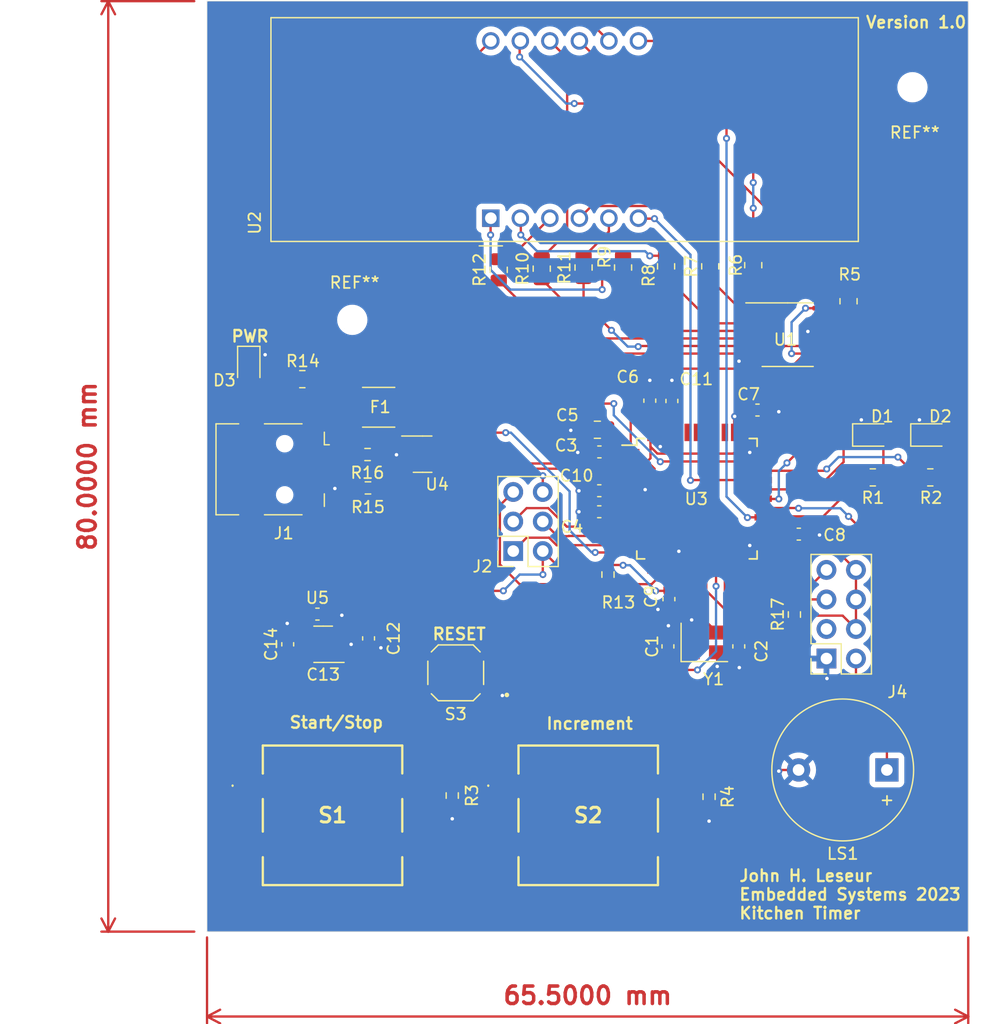
<source format=kicad_pcb>
(kicad_pcb (version 20221018) (generator pcbnew)
  (layers (0 "F.Cu" signal) (31 "B.Cu" signal) (34 "B.Paste" user) (35 "F.Paste" user) (36 "B.SilkS" user "B.Silkscreen") (37 "F.SilkS" user "F.Silkscreen") (38 "B.Mask" user) (39 "F.Mask" user) (44 "Edge.Cuts" user))
  (net 0 "")
  (net 1 "XTAL2")
  (net 2 "GND")
  (net 3 "XTAL1")
  (net 4 "VCC")
  (net 5 "Net-(D1-A)")
  (net 6 "Net-(D2-A)")
  (net 7 "Net-(D3-A)")
  (net 8 "Net-(J1-VBUS)")
  (net 9 "Net-(U5-BP)")
  (net 10 "Net-(J1-D-)")
  (net 12 "unconnected-(J1-Shield-Pad6)")
  (net 13 "BUZZER")
  (net 14 "GREEN_LED")
  (net 15 "RED_LED")
  (net 16 "BUTTON_1")
  (net 17 "BUTTON_2")
  (net 18 "a")
  (net 19 "Net-(U2-a)")
  (net 20 "b")
  (net 21 "Net-(U2-b)")
  (net 22 "c")
  (net 23 "Net-(U2-c)")
  (net 24 "d")
  (net 25 "Net-(U2-d)")
  (net 26 "e")
  (net 27 "Net-(U2-e)")
  (net 28 "f")
  (net 29 "Net-(U2-f)")
  (net 30 "g")
  (net 31 "Net-(U2-g)")
  (net 32 "dp")
  (net 33 "Net-(U2-DPX)")
  (net 34 "RESET")
  (net 40 "SH_CP")
  (net 41 "ST_CP")
  (net 42 "DS")
  (net 43 "Dig4")
  (net 44 "Dig3")
  (net 45 "Dig2")
  (net 46 "Dig1")
  (net 47 "Net-(J1-D+)")
  (net 48 "MISO")
  (net 49 "SCK")
  (net 50 "/UCAP")
  (net 51 "/AREF")
  (net 53 "MOSI")
  (net 54 "TX")
  (net 56 "Net-(J4-Pin_5)")
  (net 57 "RX")
  (net 58 "USB_CONN_D-")
  (net 59 "USB_D-")
  (net 60 "USB_D+")
  (net 62 "USB_CONN_D+")
  (footprint "Resistor_SMD:R_0805_2012Metric" (layer "F.Cu") (at 146 77.9 90)
    (fp_text reference "R9")
    (fp_text value "100")
  )
  (footprint "Resistor_SMD:R_0805_2012Metric" (layer "F.Cu") (at 142.6 77.9 90)
    (fp_text reference "R11")
    (fp_text value "100")
  )
  (footprint "Resistor_SMD:R_0603_1608Metric" (layer "F.Cu") (at 124.015 93.98 180)
    (fp_text reference "R16")
    (fp_text value "22")
  )
  (footprint "Capacitor_SMD:C_0603_1608Metric" (layer "F.Cu") (at 149.944 106.413 -90)
    (fp_text reference "C9")
    (fp_text value "0.1uF")
  )
  (footprint "Connector_USB:USB_Mini-B_Lumberg_2486_01_Horizontal" (layer "F.Cu") (at 116.8825 95.25 -90)
    (fp_text reference "J1")
    (fp_text value "USB_B_Mini")
  )
  (footprint "Capacitor_SMD:C_0603_1608Metric" (layer "F.Cu") (at 143.95 98.9 180)
    (fp_text reference "C4")
    (fp_text value "0.1uF")
  )
  (footprint "PTS526_SMD_Button:PTS526_SMD_Button" (layer "F.Cu") (at 131.6 112.75 180)
    (fp_text reference "S3")
    (fp_text value "PTS526_SM08_SMTR2_LFS")
  )
  (footprint "Connector_PinSocket_2.54mm:PinSocket_2x04_P2.54mm_Vertical" (layer "F.Cu") (at 163.5 111.52 180)
    (fp_text reference "J4")
    (fp_text value "ESP_Conn")
  )
  (footprint "Resistor_SMD:R_0805_2012Metric" (layer "F.Cu") (at 165.4 80.8 90)
    (fp_text reference "R5")
    (fp_text value "100")
  )
  (footprint "Package_SO:TSSOP-16_4.4x5mm_P0.65mm" (layer "F.Cu") (at 160.1625 83.675)
    (fp_text reference "U1")
    (fp_text value "74HC595")
  )
  (footprint "Resistor_SMD:R_0805_2012Metric" (layer "F.Cu") (at 157.2 77.7 90)
    (fp_text reference "R6")
    (fp_text value "100")
  )
  (footprint "Capacitor_SMD:C_0805_2012Metric" (layer "F.Cu") (at 143.787 91.85 180)
    (fp_text reference "C5")
    (fp_text value "10uF")
  )
  (footprint "Package_QFP:TQFP-44_10x10mm_P0.8mm" (layer "F.Cu") (at 152.357 97.777)
    (fp_text reference "U3")
    (fp_text value "ATmega32U4-A")
  )
  (footprint "Resistor_SMD:R_0603_1608Metric" (layer "F.Cu") (at 153.4 123.4 -90)
    (fp_text reference "R4")
    (fp_text value "10k")
  )
  (footprint "Capacitor_SMD:C_0603_1608Metric" (layer "F.Cu") (at 149.86 110.477 90)
    (fp_text reference "C1")
    (fp_text value "22pF")
  )
  (footprint "Capacitor_SMD:C_0603_1608Metric" (layer "F.Cu") (at 150.2 89.375 90)
    (fp_text reference "C11")
    (fp_text value "0.1uF")
  )
  (footprint "Resistor_SMD:R_0805_2012Metric" (layer "F.Cu") (at 172.4345 95.946)
    (fp_text reference "R2")
    (fp_text value "330")
  )
  (footprint "Capacitor_SMD:C_0603_1608Metric" (layer "F.Cu") (at 117.144 110.296 90)
    (fp_text reference "C14")
    (fp_text value "2.2uF")
  )
  (footprint "Resistor_SMD:R_0603_1608Metric" (layer "F.Cu") (at 124.05 96.85 180)
    (fp_text reference "R15")
    (fp_text value "22")
  )
  (footprint "Resistor_SMD:R_0805_2012Metric" (layer "F.Cu") (at 139 78 90)
    (fp_text reference "R10")
    (fp_text value "100")
  )
  (footprint "Capacitor_SMD:C_0603_1608Metric" (layer "F.Cu") (at 148.3 89.35 90)
    (fp_text reference "C6")
    (fp_text value "0.1uF")
  )
  (footprint "Capacitor_SMD:C_0603_1608Metric" (layer "F.Cu") (at 119.7 107.7)
    (fp_text reference "C13")
    (fp_text value "10nF")
  )
  (footprint "Resistor_SMD:R_0805_2012Metric" (layer "F.Cu") (at 118.4 87.5 180)
    (fp_text reference "R14")
    (fp_text value "1k")
  )
  (footprint "Capacitor_SMD:C_0603_1608Metric" (layer "F.Cu") (at 157.564 90.157)
    (fp_text reference "C7")
    (fp_text value "0.1uF")
  )
  (footprint "MountingHole:MountingHole_2.1mm" (layer "F.Cu") (at 170.9 62.4)
    (fp_text reference "REF**")
    (fp_text value "MountingHole_2.1mm")
  )
  (footprint "Package_TO_SOT_SMD:SOT-23-5" (layer "F.Cu") (at 120.192 110.296 180)
    (fp_text reference "U5")
    (fp_text value "LP2985-3.3")
  )
  (footprint "Crystal:Crystal_SMD_Abracon_ABM8G-4Pin_3.2x2.5mm" (layer "F.Cu") (at 152.992 110.135)
    (fp_text reference "Y1")
    (fp_text value "16MHz")
  )
  (footprint "Capacitor_SMD:C_0603_1608Metric" (layer "F.Cu") (at 124.1 109.788 -90)
    (fp_text reference "C12")
    (fp_text value "1uF")
  )
  (footprint "LED_SMD:LED_0805_2012Metric" (layer "F.Cu") (at 172.4375 92.3)
    (fp_text reference "D2")
    (fp_text value "LED")
  )
  (footprint "Connector_PinSocket_2.54mm:PinSocket_2x03_P2.54mm_Vertical" (layer "F.Cu") (at 136.55 102.28 180)
    (fp_text reference "J2")
    (fp_text value "AVR-ISP-6")
  )
  (footprint "Buzzer_Beeper:Buzzer_12x9.5RM7.6" (layer "F.Cu") (at 168.7 121.1 180)
    (fp_text reference "LS1")
    (fp_text value "Speaker")
  )
  (footprint "Resistor_SMD:R_0805_2012Metric" (layer "F.Cu") (at 167.488 95.946)
    (fp_text reference "R1")
    (fp_text value "330")
  )
  (footprint "Resistor_SMD:R_0805_2012Metric" (layer "F.Cu") (at 149.7 77.8 90)
    (fp_text reference "R8")
    (fp_text value "100")
  )
  (footprint "Capacitor_SMD:C_0603_1608Metric" (layer "F.Cu") (at 161.12 100.825)
    (fp_text reference "C8")
    (fp_text value "0.1uF")
  )
  (footprint "Resistor_SMD:R_0603_1608Metric" (layer "F.Cu") (at 160.742 107.736 90)
    (fp_text reference "R17")
    (fp_text value "10k")
  )
  (footprint "Capacitor_SMD:C_0603_1608Metric" (layer "F.Cu") (at 143.952 97.091 180)
    (fp_text reference "C10")
    (fp_text value "1uF")
  )
  (footprint "Resistor_SMD:R_0603_1608Metric" (layer "F.Cu") (at 144.7 104.3 -90)
    (fp_text reference "R13")
    (fp_text value "10k")
  )
  (footprint "PTS125_SMD_Button:PTS125_SMD_Button" (layer "F.Cu") (at 121 125)
    (fp_text reference "S1")
    (fp_text value "PTS125SM43SMTR21M_LFS" hide)
  )
  (footprint "Capacitor_SMD:C_0603_1608Metric" (layer "F.Cu") (at 155.956 110.477 -90)
    (fp_text reference "C2")
    (fp_text value "22pF")
  )
  (footprint "Package_TO_SOT_SMD:SOT-23-6" (layer "F.Cu") (at 128.75 93.95)
    (fp_text reference "U4")
    (fp_text value "USBLC6-2SC6")
  )
  (footprint "Capacitor_SMD:C_0603_1608Metric" (layer "F.Cu") (at 143.962 93.755 180)
    (fp_text reference "C3")
    (fp_text value "0.1uF")
  )
  (footprint "Resistor_SMD:R_0805_2012Metric" (layer "F.Cu") (at 135.3 78.1 90)
    (fp_text reference "R12")
    (fp_text value "100")
  )
  (footprint "LED_SMD:LED_0805_2012Metric" (layer "F.Cu") (at 167.4375 92.3)
    (fp_text reference "D1")
    (fp_text value "LED")
  )
  (footprint "Resistor_SMD:R_0603_1608Metric" (layer "F.Cu") (at 131.3 123.3 -90)
    (fp_text reference "R3")
    (fp_text value "10k")
  )
  (footprint "PTS125_SMD_Button:PTS125_SMD_Button" (layer "F.Cu") (at 143 125)
    (fp_text reference "S2")
    (fp_text value "PTS125SM43SMTR21M_LFS" hide)
  )
  (footprint "LED_SMD:LED_0805_2012Metric" (layer "F.Cu") (at 113.792 86.36 -90)
    (fp_text reference "D3")
    (fp_text value "LED")
  )
  (footprint "Display_7Segment:CA56-12EWA" (layer "F.Cu") (at 134.62 73.66 90)
    (fp_text reference "U2")
    (fp_text value "CA56-12EWA")
  )
  (footprint "Resistor_SMD:R_0805_2012Metric" (layer "F.Cu") (at 153.5 77.8 90)
    (fp_text reference "R7")
    (fp_text value "100")
  )
  (footprint "MountingHole:MountingHole_2.1mm" (layer "F.Cu") (at 122.7 82.4)
    (fp_text reference "REF**")
    (fp_text value "MountingHole_2.1mm")
  )
  (footprint "Fuse:Fuse_1812_4532Metric" (layer "F.Cu") (at 124.968 89.916)
    (fp_text reference "F1")
    (fp_text value "PTCSMD")
  )
  (gr_rect (start 110.2 55) (end 175.7 135) (stroke (width 0.05)) (fill none) (layer "Edge.Cuts"))
  (gr_text "Increment\n" (at 139.3 117.7) (layer "F.SilkS") (effects (font (size 1 1) (thickness 0.2) bold) (justify left bottom)))
  (gr_text "John H. Leseur\nEmbedded Systems 2023\nKitchen Timer" (at 155.9 134) (layer "F.SilkS") (effects (font (size 1 1) (thickness 0.2) bold) (justify left bottom)))
  (gr_text "PWR" (at 112.2 84.4) (layer "F.SilkS") (effects (font (size 1 1) (thickness 0.2) bold) (justify left bottom)))
  (gr_text "Version 1.0" (at 166.8 57.4) (layer "F.SilkS") (effects (font (size 1 1) (thickness 0.2) bold) (justify left bottom)))
  (gr_text "Start/Stop\n" (at 117.2 117.6) (layer "F.SilkS") (effects (font (size 1 1) (thickness 0.2) bold) (justify left bottom)))
  (gr_text "RESET" (at 129.5 110) (layer "F.SilkS") (effects (font (size 1 1) (thickness 0.2) bold) (justify left bottom)))
  (dimension (type aligned) (layer "F.Cu") (pts (xy 109.6 135) (xy 109.6 55)) (height -7.9) (gr_text "80.0000 mm" (at 99.9 95 90) (layer "F.Cu") (effects (font (size 1.5 1.5) (thickness 0.3)))) (format (prefix "") (suffix "") (units 3) (units_format 1) (precision 4)) (style (thickness 0.2) (arrow_length 1.27) (text_position_mode 0) (extension_height 0.58642) (extension_offset 0.5) keep_text_aligned))
  (dimension (type aligned) (layer "F.Cu") (pts (xy 110.2 135) (xy 175.7 135)) (height 7.299999) (gr_text "65.5000 mm" (at 142.95 140.499999) (layer "F.Cu") (effects (font (size 1.5 1.5) (thickness 0.3)))) (format (prefix "") (suffix "") (units 3) (units_format 1) (precision 4)) (style (thickness 0.2) (arrow_length 1.27) (text_position_mode 0) (extension_height 0.58642) (extension_offset 0.5) keep_text_aligned))
  (segment (start 151.892 110.985) (end 151.692 110.985) (width 0.2) (layer "F.Cu") (net 1))
  (segment (start 150.127 110.985) (end 151.892 110.985) (width 0.2) (layer "F.Cu") (net 1))
  (segment (start 150.892 104.808) (end 151.557 104.143) (width 0.2) (layer "F.Cu") (net 1))
  (segment (start 151.692 110.985) (end 150.892 110.185) (width 0.2) (layer "F.Cu") (net 1))
  (segment (start 149.86 111.252) (end 150.127 110.985) (width 0.2) (layer "F.Cu") (net 1))
  (segment (start 151.557 104.143) (end 151.557 103.477) (width 0.2) (layer "F.Cu") (net 1))
  (segment (start 150.892 110.185) (end 150.892 104.808) (width 0.2) (layer "F.Cu") (net 1))
  (segment (start 149.86 109.702) (end 149.86 108.74) (width 0.2) (layer "F.Cu") (net 2))
  (segment (start 150.2 88.6) (end 150.2 87.6) (width 0.2) (layer "F.Cu") (net 2))
  (segment (start 159.5 121.1) (end 159.4 121.2) (width 0.2) (layer "F.Cu") (net 2))
  (segment (start 121.15 96.85) (end 121.2 96.9) (width 0.2) (layer "F.Cu") (net 2))
  (segment (start 149.86 108.74) (end 149.9 108.7) (width 0.2) (layer "F.Cu") (net 2))
  (segment (start 158.339 90.157) (end 159.257 90.157) (width 0.2) (layer "F.Cu") (net 2))
  (segment (start 139.09 95.81) (end 139.1 95.8) (width 0.2) (layer "F.Cu") (net 2))
  (segment (start 154.092 112.192) (end 154.1 112.2) (width 0.2) (layer "F.Cu") (net 2))
  (segment (start 121.7 107.7) (end 121.8 107.8) (width 0.2) (layer "F.Cu") (net 2))
  (segment (start 161.95 83.35) (end 161.9 83.4) (width 0.2) (layer "F.Cu") (net 2))
  (segment (start 161.895 100.825) (end 162.825 100.825) (width 0.2) (layer "F.Cu") (net 2))
  (segment (start 149.944 107.188) (end 149.112 107.188) (width 0.2) (layer "F.Cu") (net 2))
  (segment (start 150.757 102.343) (end 150.8 102.3) (width 0.2) (layer "F.Cu") (net 2))
  (segment (start 155.9795 85.95) (end 155.9745 85.955) (width 0.2) (layer "F.Cu") (net 2))
  (segment (start 149.112 107.188) (end 149 107.3) (width 0.2) (layer "F.Cu") (net 2))
  (segment (start 148.3 88.575) (end 148.3 87.6) (width 0.2) (layer "F.Cu") (net 2))
  (segment (start 141.55 91.85) (end 141.5 91.9) (width 0.2) (layer "F.Cu") (net 2))
  (segment (start 159.257 90.157) (end 159.4 90.3) (width 0.2) (layer "F.Cu") (net 2))
  (segment (start 149.157 92.077) (end 149.157 93.257) (width 0.2) (layer "F.Cu") (net 2))
  (segment (start 119.5825 96.85) (end 121.15 96.85) (width 0.2) (layer "F.Cu") (net 2))
  (segment (start 149.157 93.257) (end 149.2 93.3) (width 0.2) (layer "F.Cu") (net 2))
  (segment (start 122.6 110.3) (end 121.3335 110.3) (width 0.2) (layer "F.Cu") (net 2))
  (segment (start 124.137 110.6) (end 124.1 110.563) (width 0.2) (layer "F.Cu") (net 2))
  (segment (start 142.145 93.755) (end 142.1 93.8) (width 0.2) (layer "F.Cu") (net 2))
  (segment (start 162.825 100.825) (end 162.9 100.9) (width 0.2) (layer "F.Cu") (net 2))
  (segment (start 155.956 112.256) (end 156 112.3) (width 0.2) (layer "F.Cu") (net 2))
  (segment (start 155.956 111.252) (end 155.956 112.256) (width 0.2) (layer "F.Cu") (net 2))
  (segment (start 121.3335 110.3) (end 121.3295 110.296) (width 0.2) (layer "F.Cu") (net 2))
  (segment (start 143.187 93.755) (end 142.145 93.755) (width 0.2) (layer "F.Cu") (net 2))
  (segment (start 117.144 109.521) (end 117.144 108.544) (width 0.2) (layer "F.Cu") (net 2))
  (segment (start 153.4 124.225) (end 153.4 125.5) (width 0.2) (layer "F.Cu") (net 2))
  (segment (start 147.877 96.977) (end 147.9 97) (width 0.2) (layer "F.Cu") (net 2))
  (segment (start 131.3 124.125) (end 131.3 125.3) (width 0.2) (layer "F.Cu") (net 2))
  (segment (start 146.657 96.977) (end 147.877 96.977) (width 0.2) (layer "F.Cu") (net 2))
  (segment (start 150.757 103.477) (end 150.757 102.343) (width 0.2) (layer "F.Cu") (net 2))
  (segment (start 166.5 92.3) (end 166.5 91) (width 0.2) (layer "F.Cu") (net 2))
  (segment (start 135.5125 114.6) (end 135.6125 114.7) (width 0.2) (layer "F.Cu") (net 2))
  (segment (start 155.557 92.077) (end 155.557 90.743) (width 0.2) (layer "F.Cu") (net 2))
  (segment (start 163.025 83.35) (end 161.95 83.35) (width 0.2) (layer "F.Cu") (net 2))
  (segment (start 156.923 101.777) (end 156.9 101.8) (width 0.2) (layer "F.Cu") (net 2))
  (segment (start 143.177 97.091) (end 142.209 97.091) (width 0.2) (layer "F.Cu") (net 2))
  (segment (start 117.144 108.544) (end 117.1 108.5) (width 0.2) (layer "F.Cu") (net 2))
  (segment (start 120.475 107.7) (end 121.7 107.7) (width 0.2) (layer "F.Cu") (net 2))
  (segment (start 139.09 97.2) (end 139.09 95.81) (width 0.2) (layer "F.Cu") (net 2))
  (segment (start 163.5 113.194) (end 163.542 113.236) (width 0.2) (layer "F.Cu") (net 2))
  (segment (start 134.6 114.6) (end 135.5125 114.6) (width 0.2) (layer "F.Cu") (net 2))
  (segment (start 125.16 110.6) (end 124.137 110.6) (width 0.2) (layer "F.Cu") (net 2))
  (segment (start 151.892 109.285) (end 151.892 108.208) (width 0.2) (layer "F.Cu") (net 2))
  (segment (start 171.5 92.3) (end 171.5 91) (width 0.2) (layer "F.Cu") (net 2))
  (segment (start 142.209 97.091) (end 142.2 97.1) (width 0.2) (layer "F.Cu") (net 2))
  (segment (start 143.175 98.9) (end 142.2 98.9) (width 0.2) (layer "F.Cu") (net 2))
  (segment (start 156.923 93.777) (end 156.9 93.8) (width 0.2) (layer "F.Cu") (net 2))
  (segment (start 161.1 121.1) (end 159.5 121.1) (width 0.2) (layer "F.Cu") (net 2))
  (segment (start 126.55 93.95) (end 126.5 94) (width 0.2) (layer "F.Cu") (net 2))
  (segment (start 151.892 108.208) (end 151.9 108.2) (width 0.2) (layer "F.Cu") (net 2))
  (segment (start 154.092 110.985) (end 154.092 112.192) (width 0.2) (layer "F.Cu") (net 2))
  (segment (start 158.057 101.777) (end 156.923 101.777) (width 0.2) (layer "F.Cu") (net 2))
  (segment (start 115.2 85.4) (end 113.8145 85.4) (width 0.2) (layer "F.Cu") (net 2))
  (segment (start 113.8145 85.4) (end 113.792 85.4225) (width 0.2) (layer "F.Cu") (net 2))
  (segment (start 158.057 93.777) (end 156.923 93.777) (width 0.2) (layer "F.Cu") (net 2))
  (segment (start 163.5 111.52) (end 163.5 113.194) (width 0.2) (layer "F.Cu") (net 2))
  (segment (start 155.557 90.743) (end 155.6 90.7) (width 0.2) (layer "F.Cu") (net 2))
  (segment (start 142.837 91.85) (end 141.55 91.85) (width 0.2) (layer "F.Cu") (net 2))
  (segment (start 127.6125 93.95) (end 126.55 93.95) (width 0.2) (layer "F.Cu") (net 2))
  (segment (start 157.3 85.95) (end 155.9795 85.95) (width 0.2) (layer "F.Cu") (net 2))
  (via (at 142.1 93.8) (size 0.6) (drill 0.3) (layers "F.Cu" "B.Cu") (net 2))
  (via (at 151.9 108.2) (size 0.6) (drill 0.3) (layers "F.Cu" "B.Cu") (net 2))
  (via (at 147.9 97) (size 0.6) (drill 0.3) (layers "F.Cu" "B.Cu") (net 2))
  (via (at 154.1 112.2) (size 0.6) (drill 0.3) (layers "F.Cu" "B.Cu") (net 2))
  (via (at 141.5 91.9) (size 0.6) (drill 0.3) (layers "F.Cu" "B.Cu") (net 2))
  (via (at 156.9 101.8) (size 0.6) (drill 0.3) (layers "F.Cu" "B.Cu") (net 2))
  (via (at 121.2 96.9) (size 0.6) (drill 0.3) (layers "F.Cu" "B.Cu") (net 2))
  (via (at 162.9 100.9) (size 0.6) (drill 0.3) (layers "F.Cu" "B.Cu") (net 2))
  (via (at 150.8 102.3) (size 0.6) (drill 0.3) (layers "F.Cu" "B.Cu") (net 2))
  (via (at 122.6 110.3) (size 0.6) (drill 0.3) (layers "F.Cu" "B.Cu") (net 2))
  (via (at 156 112.3) (size 0.6) (drill 0.3) (layers "F.Cu" "B.Cu") (net 2))
  (via (at 125.16 110.6) (size 0.6) (drill 0.3) (layers "F.Cu" "B.Cu") (net 2))
  (via (at 163.542 113.236) (size 0.6) (drill 0.3) (layers "F.Cu" "B.Cu") (net 2))
  (via (at 142.2 98.9) (size 0.6) (drill 0.3) (layers "F.Cu" "B.Cu") (net 2))
  (via (at 121.8 107.8) (size 0.6) (drill 0.3) (layers "F.Cu" "B.Cu") (net 2))
  (via (at 150.2 87.6) (size 0.6) (drill 0.3) (layers "F.Cu" "B.Cu") (net 2))
  (via (at 159.4 121.2) (size 0.6) (drill 0.3) (layers "F.Cu" "B.Cu") (net 2))
  (via (at 161.9 83.4) (size 0.6) (drill 0.3) (layers "F.Cu" "B.Cu") (net 2))
  (via (at 131.3 125.3) (size 0.6) (drill 0.3) (layers "F.Cu" "B.Cu") (net 2))
  (via (at 149.2 93.3) (size 0.6) (drill 0.3) (layers "F.Cu" "B.Cu") (net 2))
  (via (at 117.1 108.5) (size 0.6) (drill 0.3) (layers "F.Cu" "B.Cu") (net 2))
  (via (at 153.4 125.5) (size 0.6) (drill 0.3) (layers "F.Cu" "B.Cu") (net 2))
  (via (at 126.5 94) (size 0.6) (drill 0.3) (layers "F.Cu" "B.Cu") (net 2))
  (via (at 149.9 108.7) (size 0.6) (drill 0.3) (layers "F.Cu" "B.Cu") (net 2))
  (via (at 115.2 85.4) (size 0.6) (drill 0.3) (layers "F.Cu" "B.Cu") (net 2))
  (via (at 159.4 90.3) (size 0.6) (drill 0.3) (layers "F.Cu" "B.Cu") (net 2))
  (via (at 171.5 91) (size 0.6) (drill 0.3) (layers "F.Cu" "B.Cu") (net 2))
  (via (at 142.2 97.1) (size 0.6) (drill 0.3) (layers "F.Cu" "B.Cu") (net 2))
  (via (at 135.6125 114.7) (size 0.6) (drill 0.3) (layers "F.Cu" "B.Cu") (net 2))
  (via (at 148.3 87.6) (size 0.6) (drill 0.3) (layers "F.Cu" "B.Cu") (net 2))
  (via (at 156.9 93.8) (size 0.6) (drill 0.3) (layers "F.Cu" "B.Cu") (net 2))
  (via (at 139.1 95.8) (size 0.6) (drill 0.3) (layers "F.Cu" "B.Cu") (net 2))
  (via (at 149 107.3) (size 0.6) (drill 0.3) (layers "F.Cu" "B.Cu") (net 2))
  (via (at 166.5 91) (size 0.6) (drill 0.3) (layers "F.Cu" "B.Cu") (net 2))
  (via (at 155.9745 85.955) (size 0.6) (drill 0.3) (layers "F.Cu" "B.Cu") (net 2))
  (via (at 155.6 90.7) (size 0.6) (drill 0.3) (layers "F.Cu" "B.Cu") (net 2))
  (segment (start 155.956 109.702) (end 155.539 109.285) (width 0.2) (layer "F.Cu") (net 3))
  (segment (start 152.357 107.55) (end 152.357 103.477) (width 0.2) (layer "F.Cu") (net 3))
  (segment (start 154.092 109.285) (end 152.357 107.55) (width 0.2) (layer "F.Cu") (net 3))
  (segment (start 155.539 109.285) (end 154.092 109.285) (width 0.2) (layer "F.Cu") (net 3))
  (segment (start 128.925 93.725) (end 129.15 93.95) (width 0.2) (layer "F.Cu") (net 4))
  (segment (start 124.6895 87.5) (end 127.1055 89.916) (width 0.2) (layer "F.Cu") (net 4))
  (segment (start 121.6625 109.013) (end 121.3295 109.346) (width 0.2) (layer "F.Cu") (net 4))
  (segment (start 161.12 101.6) (end 160.345 100.825) (width 0.2) (layer "F.Cu") (net 4))
  (segment (start 149.957 102.294471) (end 151.274471 100.977) (width 0.2) (layer "F.Cu") (net 4))
  (segment (start 161.646 85.3) (end 160.5 85.3) (width 0.2) (layer "F.Cu") (net 4))
  (segment (start 144.737 91.85) (end 144.737 93.755) (width 0.2) (layer "F.Cu") (net 4))
  (segment (start 145.559 94.577) (end 146.657 94.577) (width 0.2) (layer "F.Cu") (net 4))
  (segment (start 161.7 81.4) (end 163.025 81.4) (width 0.2) (layer "F.Cu") (net 4))
  (segment (start 156.357 90.589) (end 156.357 92.077) (width 0.2) (layer "F.Cu") (net 4))
  (segment (start 139.09 102.28) (end 140.285 103.475) (width 0.2) (layer "F.Cu") (net 4))
  (segment (start 148.7 95.2) (end 148.077 94.577) (width 0.2) (layer "F.Cu") (net 4))
  (segment (start 147.923 98.577) (end 148.7 97.8) (width 0.2) (layer "F.Cu") (net 4))
  (segment (start 148.077 94.577) (end 146.657 94.577) (width 0.2) (layer "F.Cu") (net 4))
  (segment (start 166.04 106.44) (end 166.04 108.98) (width 0.2) (layer "F.Cu") (net 4))
  (segment (start 148.951471 93.9) (end 148.357 93.305529) (width 0.2) (layer "F.Cu") (net 4))
  (segment (start 163.74 101.6) (end 161.12 101.6) (width 0.2) (layer "F.Cu") (net 4))
  (segment (start 129.538604 93.95) (end 128.7 94.788604) (width 0.2) (layer "F.Cu") (net 4))
  (segment (start 148.7 97.8) (end 148.7 98.402529) (width 0.2) (layer "F.Cu") (net 4))
  (segment (start 120.9545 109.346) (end 119.0545 111.246) (width 0.2) (layer "F.Cu") (net 4))
  (segment (start 129.8875 93.95) (end 129.538604 93.95) (width 0.2) (layer "F.Cu") (net 4))
  (segment (start 148.357 93.305529) (end 148.357 93.3) (width 0.2) (layer "F.Cu") (net 4))
  (segment (start 124.1 109.013) (end 121.6625 109.013) (width 0.2) (layer "F.Cu") (net 4))
  (segment (start 160.742 108.561) (end 161.473 107.83) (width 0.2) (layer "F.Cu") (net 4))
  (segment (start 166.04 103.9) (end 163.74 101.6) (width 0.2) (layer "F.Cu") (net 4))
  (segment (start 117.144 111.071) (end 118.8795 111.071) (width 0.2) (layer "F.Cu") (net 4))
  (segment (start 140.285 103.475) (end 144.7 103.475) (width 0.2) (layer "F.Cu") (net 4))
  (segment (start 164.89 107.83) (end 166.04 108.98) (width 0.2) (layer "F.Cu") (net 4))
  (segment (start 148.077 94.577) (end 148.357 94.297) (width 0.2) (layer "F.Cu") (net 4))
  (segment (start 113.85 131.85) (end 113.85 127.5) (width 0.2) (layer "F.Cu") (net 4))
  (segment (start 124.1 109.013) (end 124.1 108.153) (width 0.2) (layer "F.Cu") (net 4))
  (segment (start 149.957 103.477) (end 149.957 102.294471) (width 0.2) (layer "F.Cu") (net 4))
  (segment (start 133.9 133.4) (end 115.3 133.4) (width 0.2) (layer "F.Cu") (net 4))
  (segment (start 160.345 100.825) (end 160.193 100.977) (width 0.2) (layer "F.Cu") (net 4))
  (segment (start 135.85 131.45) (end 133.9 133.4) (width 0.2) (layer "F.Cu") (net 4))
  (segment (start 145.048 98.577) (end 146.657 98.577) (width 0.2) (layer "F.Cu") (net 4))
  (segment (start 156.789 90.157) (end 161.646 85.3) (width 0.2) (layer "F.Cu") (net 4))
  (segment (start 124.1 108.153) (end 126.553 105.7) (width 0.2) (layer "F.Cu") (net 4))
  (segment (start 145.975 103.475) (end 146 103.5) (width 0.2) (layer "F.Cu") (net 4))
  (segment (start 135.7 105.7) (end 128.7 105.7) (width 0.2) (layer "F.Cu") (net 4))
  (segment (start 148.7 97.8) (end 148.7 95.2) (width 0.2) (layer "F.Cu") (net 4))
  (segment (start 156.789 90.157) (end 156.357 90.589) (width 0.2) (layer "F.Cu") (net 4))
  (segment (start 127.1055 89.916) (end 128.925 91.7355) (width 0.2) (layer "F.Cu") (net 4))
  (segment (start 121.3295 109.346) (end 120.9545 109.346) (width 0.2) (layer "F.Cu") (net 4))
  (segment (start 128.7 105.7) (end 126.553 105.7) (width 0.2) (layer "F.Cu") (net 4))
  (segment (start 166.04 103.9) (end 166.04 106.44) (width 0.2) (layer "F.Cu") (net 4))
  (segment (start 113.85 127.5) (end 111.8 125.45) (width 0.2) (layer "F.Cu") (net 4))
  (segment (start 119.3125 87.5) (end 124.6895 87.5) (width 0.2) (layer "F.Cu") (net 4))
  (segment (start 148.8 105.7) (end 149.882 105.7) (width 0.2) (layer "F.Cu") (net 4))
  (segment (start 119.0545 111.246) (end 120.2 111.246) (width 0.2) (layer "F.Cu") (net 4))
  (segment (start 148.357 94.297) (end 148.357 93.3) (width 0.2) (layer "F.Cu") (net 4))
  (segment (start 149.944 105.638) (end 149.957 105.625) (width 0.2) (layer "F.Cu") (net 4))
  (segment (start 139.09 104.29) (end 139.09 102.28) (width 0.2) (layer "F.Cu") (net 4))
  (segment (start 155.484 93.9) (end 148.951471 93.9) (width 0.2) (layer "F.Cu") (net 4))
  (segment (start 148.357 93.3) (end 148.357 92.077) (width 0.2) (layer "F.Cu") (net 4))
  (segment (start 148.3 90.125) (end 148.3 92.02) (width 0.2) (layer "F.Cu") (net 4))
  (segment (start 149.957 105.625) (end 149.957 103.477) (width 0.2) (layer "F.Cu") (net 4))
  (segment (start 144.737 93.755) (end 145.559 94.577) (width 0.2) (layer "F.Cu") (net 4))
  (segment (start 113.8 131.9) (end 113.85 131.85) (width 0.2) (layer "F.Cu") (net 4))
  (segment (start 111.8 116.415) (end 117.144 111.071) (width 0.2) (layer "F.Cu") (net 4))
  (segment (start 161.646 85.3) (end 163.025 85.3) (width 0.2) (layer "F.Cu") (net 4))
  (segment (start 146.657 98.577) (end 147.923 98.577) (width 0.2) (layer "F.Cu") (net 4))
  (segment (start 120.2 111.246) (end 121.3295 111.246) (width 0.2) (layer "F.Cu") (net 4))
  (segment (start 111.8 125.45) (end 111.8 116.415) (width 0.2) (layer "F.Cu") (net 4))
  (segment (start 139.1 104.3) (end 139.09 104.29) (width 0.2) (layer "F.Cu") (net 4))
  (segment (start 148.3 92.02) (end 148.357 92.077) (width 0.2) (layer "F.Cu") (net 4))
  (segment (start 149.882 105.7) (end 149.944 105.638) (width 0.2) (layer "F.Cu") (net 4))
  (segment (start 128.7 103.553) (end 126.553 105.7) (width 0.2) (layer "F.Cu") (net 4))
  (segment (start 160.193 100.977) (end 158.057 100.977) (width 0.2) (layer "F.Cu") (net 4))
  (segment (start 148.7 98.402529) (end 151.274471 100.977) (width 0.2) (layer "F.Cu") (net 4))
  (segment (start 129.15 93.95) (end 129.8875 93.95) (width 0.2) (layer "F.Cu") (net 4))
  (segment (start 144.7 103.475) (end 145.975 103.475) (width 0.2) (layer "F.Cu") (net 4))
  (segment (start 135.85 127.5) (end 135.85 131.45) (width 0.2) (layer "F.Cu") (net 4))
  (segment (start 128.925 91.7355) (end 128.925 93.725) (width 0.2) (layer "F.Cu") (net 4))
  (segment (start 118.8795 111.071) (end 119.0545 111.246) (width 0.2) (layer "F.Cu") (net 4))
  (segment (start 151.274471 100.977) (end 158.057 100.977) (width 0.2) (layer "F.Cu") (net 4))
  (segment (start 128.7 94.788604) (end 128.7 103.553) (width 0.2) (layer "F.Cu") (net 4))
  (segment (start 156.357 93.027) (end 155.484 93.9) (width 0.2) (layer "F.Cu") (net 4))
  (segment (start 115.3 133.4) (end 113.8 131.9) (width 0.2) (layer "F.Cu") (net 4))
  (segment (start 156.357 92.077) (end 156.357 93.027) (width 0.2) (layer "F.Cu") (net 4))
  (segment (start 144.725 98.9) (end 145.048 98.577) (width 0.2) (layer "F.Cu") (net 4))
  (segment (start 161.473 107.83) (end 164.89 107.83) (width 0.2) (layer "F.Cu") (net 4))
  (via (at 135.7 105.7) (size 0.6) (drill 0.3) (layers "F.Cu" "B.Cu") (net 4))
  (via (at 139.1 104.3) (size 0.6) (drill 0.3) (layers "F.Cu" "B.Cu") (net 4))
  (via (at 161.7 81.4) (size 0.6) (drill 0.3) (layers "F.Cu" "B.Cu") (net 4))
  (via (at 146 103.5) (size 0.6) (drill 0.3) (layers "F.Cu" "B.Cu") (net 4))
  (via (at 148.8 105.7) (size 0.6) (drill 0.3) (layers "F.Cu" "B.Cu") (net 4))
  (via (at 160.5 85.3) (size 0.6) (drill 0.3) (layers "F.Cu" "B.Cu") (net 4))
  (segment (start 139.1 104.3) (end 137.1 104.3) (width 0.2) (layer "B.Cu") (net 4))
  (segment (start 160.5 85.3) (end 160.5 82.6) (width 0.2) (layer "B.Cu") (net 4))
  (segment (start 146 103.5) (end 146.6 103.5) (width 0.2) (layer "B.Cu") (net 4))
  (segment (start 146.6 103.5) (end 148.8 105.7) (width 0.2) (layer "B.Cu") (net 4))
  (segment (start 160.5 82.6) (end 161.7 81.4) (width 0.2) (layer "B.Cu") (net 4))
  (segment (start 137.1 104.3) (end 135.7 105.7) (width 0.2) (layer "B.Cu") (net 4))
  (segment (start 168.4005 92.3255) (end 168.375 92.3) (width 0.2) (layer "F.Cu") (net 5))
  (segment (start 168.4005 95.946) (end 168.4005 92.3255) (width 0.2) (layer "F.Cu") (net 5))
  (segment (start 173.347 92.328) (end 173.375 92.3) (width 0.2) (layer "F.Cu") (net 6))
  (segment (start 173.347 95.946) (end 173.347 92.328) (width 0.2) (layer "F.Cu") (net 6))
  (segment (start 117.4875 87.5) (end 113.9945 87.5) (width 0.2) (layer "F.Cu") (net 7))
  (segment (start 113.9945 87.5) (end 113.792 87.2975) (width 0.2) (layer "F.Cu") (net 7))
  (segment (start 122.8305 89.916) (end 119.5825 93.164) (width 0.2) (layer "F.Cu") (net 8))
  (segment (start 119.5825 93.164) (end 119.5825 93.65) (width 0.2) (layer "F.Cu") (net 8))
  (segment (start 118.925 107.7) (end 118.925 109.2165) (width 0.2) (layer "F.Cu") (net 9))
  (segment (start 118.925 109.2165) (end 119.0545 109.346) (width 0.2) (layer "F.Cu") (net 9))
  (segment (start 122.72 94.45) (end 119.5825 94.45) (width 0.2) (layer "F.Cu") (net 10))
  (segment (start 123.19 93.98) (end 122.72 94.45) (width 0.2) (layer "F.Cu") (net 10))
  (segment (start 114.0325 90.8) (end 114.0325 99.7) (width 0.2) (layer "F.Cu") (net 12))
  (segment (start 114.0325 99.7) (end 119.4825 99.7) (width 0.2) (layer "F.Cu") (net 12))
  (segment (start 119.4825 90.8) (end 114.0325 90.8) (width 0.2) (layer "F.Cu") (net 12))
  (segment (start 161.1 98.6) (end 161.077 98.577) (width 0.2) (layer "F.Cu") (net 13))
  (segment (start 168.7 121.1) (end 168.7 102.6) (width 0.2) (layer "F.Cu") (net 13))
  (segment (start 168.7 102.6) (end 165.4 99.3) (width 0.2) (layer "F.Cu") (net 13))
  (segment (start 161.077 98.577) (end 158.057 98.577) (width 0.2) (layer "F.Cu") (net 13))
  (via (at 161.1 98.6) (size 0.6) (drill 0.3) (layers "F.Cu" "B.Cu") (net 13))
  (via (at 165.4 99.3) (size 0.6) (drill 0.3) (layers "F.Cu" "B.Cu") (net 13))
  (segment (start 165.4 99.3) (end 164.7 98.6) (width 0.2) (layer "B.Cu") (net 13))
  (segment (start 164.7 98.6) (end 161.1 98.6) (width 0.2) (layer "B.Cu") (net 13))
  (segment (start 159.007 100.177) (end 158.057 100.177) (width 0.2) (layer "F.Cu") (net 14))
  (segment (start 163.2215 99.3) (end 159.884 99.3) (width 0.2) (layer "F.Cu") (net 14))
  (segment (start 159.884 99.3) (end 159.007 100.177) (width 0.2) (layer "F.Cu") (net 14))
  (segment (start 166.5755 95.946) (end 163.2215 99.3) (width 0.2) (layer "F.Cu") (net 14))
  (segment (start 163.523 95.223) (end 163.369 95.377) (width 0.2) (layer "F.Cu") (net 15))
  (segment (start 163.369 95.377) (end 158.057 95.377) (width 0.2) (layer "F.Cu") (net 15))
  (segment (start 171.396 95.946) (end 169.65 94.2) (width 0.2) (layer "F.Cu") (net 15))
  (segment (start 171.522 95.946) (end 171.396 95.946) (width 0.2) (layer "F.Cu") (net 15))
  (via (at 169.65 94.2) (size 0.6) (drill 0.3) (layers "F.Cu" "B.Cu") (net 15))
  (via (at 163.523 95.223) (size 0.6) (drill 0.3) (layers "F.Cu" "B.Cu") (net 15))
  (segment (start 164.546 94.2) (end 163.523 95.223) (width 0.2) (layer "B.Cu") (net 15))
  (segment (start 169.65 94.2) (end 164.546 94.2) (width 0.2) (layer "B.Cu") (net 15))
  (segment (start 154 103.52) (end 153.957 103.477) (width 0.2) (layer "F.Cu") (net 16))
  (segment (start 154 105.3) (end 154 103.52) (width 0.2) (layer "F.Cu") (net 16))
  (segment (start 131.275 122.5) (end 128.15 122.5) (width 0.2) (layer "F.Cu") (net 16))
  (segment (start 131.3 122.475) (end 141.275 112.5) (width 0.2) (layer "F.Cu") (net 16))
  (segment (start 141.275 112.5) (end 152.4 112.5) (width 0.2) (layer "F.Cu") (net 16))
  (segment (start 131.3 122.475) (end 131.275 122.5) (width 0.2) (layer "F.Cu") (net 16))
  (via (at 152.4 112.5) (size 0.6) (drill 0.3) (layers "F.Cu" "B.Cu") (net 16))
  (via (at 154 105.3) (size 0.6) (drill 0.3) (layers "F.Cu" "B.Cu") (net 16))
  (segment (start 154 110.9) (end 154 105.3) (width 0.2) (layer "B.Cu") (net 16))
  (segment (start 152.4 112.5) (end 154 110.9) (width 0.2) (layer "B.Cu") (net 16))
  (segment (start 153.3 116.4) (end 157 112.7) (width 0.2) (layer "F.Cu") (net 17))
  (segment (start 153.4 122.575) (end 153.325 122.5) (width 0.2) (layer "F.Cu") (net 17))
  (segment (start 157 112.7) (end 157 109.528538) (width 0.2) (layer "F.Cu") (net 17))
  (segment (start 153.4 122.575) (end 153.3 122.475) (width 0.2) (layer "F.Cu") (net 17))
  (segment (start 153.157 105.685538) (end 153.157 103.477) (width 0.2) (layer "F.Cu") (net 17))
  (segment (start 153.3 122.475) (end 153.3 116.4) (width 0.2) (layer "F.Cu") (net 17))
  (segment (start 157 109.528538) (end 153.157 105.685538) (width 0.2) (layer "F.Cu") (net 17))
  (segment (start 153.325 122.5) (end 150.15 122.5) (width 0.2) (layer "F.Cu") (net 17))
  (segment (start 165.0625 82.05) (end 163.025 82.05) (width 0.2) (layer "F.Cu") (net 18))
  (segment (start 165.4 81.7125) (end 165.0625 82.05) (width 0.2) (layer "F.Cu") (net 18))
  (segment (start 149.3125 63.8) (end 141.8 63.8) (width 0.2) (layer "F.Cu") (net 19))
  (segment (start 137.1 58.48) (end 137.16 58.42) (width 0.2) (layer "F.Cu") (net 19))
  (segment (start 137.1 59.8) (end 137.1 58.48) (width 0.2) (layer "F.Cu") (net 19))
  (segment (start 165.4 79.8875) (end 149.3125 63.8) (width 0.2) (layer "F.Cu") (net 19))
  (via (at 141.8 63.8) (size 0.6) (drill 0.3) (layers "F.Cu" "B.Cu") (net 19))
  (via (at 137.1 59.8) (size 0.6) (drill 0.3) (layers "F.Cu" "B.Cu") (net 19))
  (segment (start 141.8 63.8) (end 141.1 63.8) (width 0.2) (layer "B.Cu") (net 19))
  (segment (start 141.1 63.8) (end 137.1 59.8) (width 0.2) (layer "B.Cu") (net 19))
  (segment (start 157.2 78.6125) (end 157.2 81.3) (width 0.2) (layer "F.Cu") (net 20))
  (segment (start 157.2 81.3) (end 157.3 81.4) (width 0.2) (layer "F.Cu") (net 20))
  (segment (start 157.2 70.6) (end 157.2 60.9) (width 0.2) (layer "F.Cu") (net 21))
  (segment (start 157.2 76.7875) (end 157.2 72.8) (width 0.2) (layer "F.Cu") (net 21))
  (segment (start 154.72 58.42) (end 147.32 58.42) (width 0.2) (layer "F.Cu") (net 21))
  (segment (start 157.2 60.9) (end 154.72 58.42) (width 0.2) (layer "F.Cu") (net 21))
  (via (at 157.2 70.6) (size 0.6) (drill 0.3) (layers "F.Cu" "B.Cu") (net 21))
  (via (at 157.2 72.8) (size 0.6) (drill 0.3) (layers "F.Cu" "B.Cu") (net 21))
  (segment (start 157.2 72.8) (end 157.2 70.6) (width 0.2) (layer "B.Cu") (net 21))
  (segment (start 153.5 78.903185) (end 156.646815 82.05) (width 0.2) (layer "F.Cu") (net 22))
  (segment (start 153.5 78.7125) (end 153.5 78.903185) (width 0.2) (layer "F.Cu") (net 22))
  (segment (start 156.646815 82.05) (end 157.3 82.05) (width 0.2) (layer "F.Cu") (net 22))
  (segment (start 143.29 72.61) (end 149.2225 72.61) (width 0.2) (layer "F.Cu") (net 23))
  (segment (start 142.24 73.66) (end 143.29 72.61) (width 0.2) (layer "F.Cu") (net 23))
  (segment (start 149.2225 72.61) (end 153.5 76.8875) (width 0.2) (layer "F.Cu") (net 23))
  (segment (start 153.6875 82.7) (end 149.7 78.7125) (width 0.2) (layer "F.Cu") (net 24))
  (segment (start 157.3 82.7) (end 153.6875 82.7) (width 0.2) (layer "F.Cu") (net 24))
  (segment (start 149.7 76.8875) (end 148.3125 76.8875) (width 0.2) (layer "F.Cu") (net 25))
  (segment (start 137.2 73.7) (end 137.16 73.66) (width 0.2) (layer "F.Cu") (net 25))
  (segment (start 148.3125 76.8875) (end 148.3 76.9) (width 0.2) (layer "F.Cu") (net 25))
  (segment (start 137.2 75.1) (end 137.2 73.7) (width 0.2) (layer "F.Cu") (net 25))
  (via (at 137.2 75.1) (size 0.6) (drill 0.3) (layers "F.Cu" "B.Cu") (net 25))
  (via (at 148.3 76.9) (size 0.6) (drill 0.3) (layers "F.Cu" "B.Cu") (net 25))
  (segment (start 138.6 76.5) (end 137.2 75.1) (width 0.2) (layer "B.Cu") (net 25))
  (segment (start 148.3 76.9) (end 147.9 76.5) (width 0.2) (layer "B.Cu") (net 25))
  (segment (start 147.9 76.5) (end 138.6 76.5) (width 0.2) (layer "B.Cu") (net 25))
  (segment (start 150.5375 83.35) (end 146 78.8125) (width 0.2) (layer "F.Cu") (net 26))
  (segment (start 157.3 83.35) (end 150.5375 83.35) (width 0.2) (layer "F.Cu") (net 26))
  (segment (start 134.6 75.1) (end 134.6 73.68) (width 0.2) (layer "F.Cu") (net 27))
  (segment (start 134.6 73.68) (end 134.62 73.66) (width 0.2) (layer "F.Cu") (net 27))
  (segment (start 144.2 78.7875) (end 144.2 79.8) (width 0.2) (layer "F.Cu") (net 27))
  (segment (start 146 76.9875) (end 144.2 78.7875) (width 0.2) (layer "F.Cu") (net 27))
  (via (at 134.6 75.1) (size 0.6) (drill 0.3) (layers "F.Cu" "B.Cu") (net 27))
  (via (at 144.2 79.8) (size 0.6) (drill 0.3) (layers "F.Cu" "B.Cu") (net 27))
  (segment (start 134.6 78.1) (end 134.6 75.1) (width 0.2) (layer "B.Cu") (net 27))
  (segment (start 144.2 79.8) (end 136.3 79.8) (width 0.2) (layer "B.Cu") (net 27))
  (segment (start 136.3 79.8) (end 134.6 78.1) (width 0.2) (layer "B.Cu") (net 27))
  (segment (start 144.0875 84) (end 139 78.9125) (width 0.2) (layer "F.Cu") (net 28))
  (segment (start 157.3 84) (end 144.0875 84) (width 0.2) (layer "F.Cu") (net 28))
  (segment (start 141.19 74.8975) (end 141.19 59.91) (width 0.2) (layer "F.Cu") (net 29))
  (segment (start 139 77.0875) (end 141.19 74.8975) (width 0.2) (layer "F.Cu") (net 29))
  (segment (start 141.19 59.91) (end 139.7 58.42) (width 0.2) (layer "F.Cu") (net 29))
  (segment (start 142.6 80.9) (end 142.6 78.8125) (width 0.2) (layer "F.Cu") (net 30))
  (segment (start 157.3 84.65) (end 147.35 84.65) (width 0.2) (layer "F.Cu") (net 30))
  (segment (start 147.35 84.65) (end 147.3 84.7) (width 0.2) (layer "F.Cu") (net 30))
  (segment (start 145 83.3) (end 142.6 80.9) (width 0.2) (layer "F.Cu") (net 30))
  (via (at 145 83.3) (size 0.6) (drill 0.3) (layers "F.Cu" "B.Cu") (net 30))
  (via (at 147.3 84.7) (size 0.6) (drill 0.3) (layers "F.Cu" "B.Cu") (net 30))
  (segment (start 147.3 84.7) (end 146.4 84.7) (width 0.2) (layer "B.Cu") (net 30))
  (segment (start 146.4 84.7) (end 145 83.3) (width 0.2) (layer "B.Cu") (net 30))
  (segment (start 144.78 74.8075) (end 142.6 76.9875) (width 0.2) (layer "F.Cu") (net 31))
  (segment (start 144.78 73.66) (end 144.78 74.8075) (width 0.2) (layer "F.Cu") (net 31))
  (segment (start 157.3 85.3) (end 141.5875 85.3) (width 0.2) (layer "F.Cu") (net 32))
  (segment (start 141.5875 85.3) (end 135.3 79.0125) (width 0.2) (layer "F.Cu") (net 32))
  (segment (start 139.7 73.66) (end 136.1725 77.1875) (width 0.2) (layer "F.Cu") (net 33))
  (segment (start 136.1725 77.1875) (end 135.3 77.1875) (width 0.2) (layer "F.Cu") (net 33))
  (segment (start 135.4 98.35) (end 136.55 97.2) (width 0.2) (layer "F.Cu") (net 34))
  (segment (start 144.7 105.125) (end 137.095 105.125) (width 0.2) (layer "F.Cu") (net 34))
  (segment (start 138.925 110.9) (end 144.7 105.125) (width 0.2) (layer "F.Cu") (net 34))
  (segment (start 144.7 105.125) (end 148.459 105.125) (width 0.2) (layer "F.Cu") (net 34))
  (segment (start 149.157 104.427) (end 149.157 103.477) (width 0.2) (layer "F.Cu") (net 34))
  (segment (start 137.095 105.125) (end 135.4 103.43) (width 0.2) (layer "F.Cu") (net 34))
  (segment (start 134.6 110.9) (end 138.925 110.9) (width 0.2) (layer "F.Cu") (net 34))
  (segment (start 135.4 103.43) (end 135.4 98.35) (width 0.2) (layer "F.Cu") (net 34))
  (segment (start 148.459 105.125) (end 149.157 104.427) (width 0.2) (layer "F.Cu") (net 34))
  (segment (start 159.903185 84.65) (end 157.953185 86.6) (width 0.2) (layer "F.Cu") (net 40))
  (segment (start 157.953185 86.6) (end 148.451471 86.6) (width 0.2) (layer "F.Cu") (net 40))
  (segment (start 163.025 84.65) (end 159.903185 84.65) (width 0.2) (layer "F.Cu") (net 40))
  (segment (start 146.657 88.394471) (end 146.657 93.777) (width 0.2) (layer "F.Cu") (net 40))
  (segment (start 148.451471 86.6) (end 146.657 88.394471) (width 0.2) (layer "F.Cu") (net 40))
  (segment (start 164.3 90.5) (end 164.3 84.6) (width 0.2) (layer "F.Cu") (net 41))
  (segment (start 164.3 84.6) (end 164.278185 84.6) (width 0.2) (layer "F.Cu") (net 41))
  (segment (start 164.278185 84.6) (end 163.678185 84) (width 0.2) (layer "F.Cu") (net 41))
  (segment (start 159.4 97.8) (end 158.08 97.8) (width 0.2) (layer "F.Cu") (net 41))
  (segment (start 158.08 97.8) (end 158.057 97.777) (width 0.2) (layer "F.Cu") (net 41))
  (segment (start 163.678185 84) (end 163.025 84) (width 0.2) (layer "F.Cu") (net 41))
  (segment (start 160.1 94.7) (end 164.3 90.5) (width 0.2) (layer "F.Cu") (net 41))
  (via (at 159.4 97.8) (size 0.6) (drill 0.3) (layers "F.Cu" "B.Cu") (net 41))
  (via (at 160.1 94.7) (size 0.6) (drill 0.3) (layers "F.Cu" "B.Cu") (net 41))
  (segment (start 159.4 97.8) (end 159.4 95.4) (width 0.2) (layer "B.Cu") (net 41))
  (segment (start 159.4 95.4) (end 160.1 94.7) (width 0.2) (layer "B.Cu") (net 41))
  (segment (start 164.568029 82.7) (end 164.9745 83.106471) (width 0.2) (layer "F.Cu") (net 42))
  (segment (start 162.623 96.977) (end 158.057 96.977) (width 0.2) (layer "F.Cu") (net 42))
  (segment (start 164.9745 83.106471) (end 164.9745 94.6255) (width 0.2) (layer "F.Cu") (net 42))
  (segment (start 164.9745 94.6255) (end 162.623 96.977) (width 0.2) (layer "F.Cu") (net 42))
  (segment (start 163.025 82.7) (end 164.568029 82.7) (width 0.2) (layer "F.Cu") (net 42))
  (segment (start 147.36 73.7) (end 147.32 73.66) (width 0.2) (layer "F.Cu") (net 43))
  (segment (start 148.7 73.7) (end 147.36 73.7) (width 0.2) (layer "F.Cu") (net 43))
  (segment (start 158.057 96.177) (end 151.823 96.177) (width 0.2) (layer "F.Cu") (net 43))
  (segment (start 151.823 96.177) (end 151.8 96.2) (width 0.2) (layer "F.Cu") (net 43))
  (via (at 148.7 73.7) (size 0.6) (drill 0.3) (layers "F.Cu" "B.Cu") (net 43))
  (via (at 151.8 96.2) (size 0.6) (drill 0.3) (layers "F.Cu" "B.Cu") (net 43))
  (segment (start 151.8 96.2) (end 151.8 76.8) (width 0.2) (layer "B.Cu") (net 43))
  (segment (start 151.8 76.8) (end 148.7 73.7) (width 0.2) (layer "B.Cu") (net 43))
  (segment (start 142.66 56.3) (end 132.1 56.3) (width 0.2) (layer "F.Cu") (net 44))
  (segment (start 129.6 58.8) (end 129.6 87.1) (width 0.2) (layer "F.Cu") (net 44))
  (segment (start 134.6 92.1) (end 135.9 92.1) (width 0.2) (layer "F.Cu") (net 44))
  (segment (start 148.357 103.477) (end 147.28 102.4) (width 0.2) (layer "F.Cu") (net 44))
  (segment (start 147.28 102.4) (end 143.6 102.4) (width 0.2) (layer "F.Cu") (net 44))
  (segment (start 144.78 58.42) (end 142.66 56.3) (width 0.2) (layer "F.Cu") (net 44))
  (segment (start 132.1 56.3) (end 129.6 58.8) (width 0.2) (layer "F.Cu") (net 44))
  (segment (start 129.6 87.1) (end 134.6 92.1) (width 0.2) (layer "F.Cu") (net 44))
  (via (at 143.6 102.4) (size 0.6) (drill 0.3) (layers "F.Cu" "B.Cu") (net 44))
  (via (at 135.9 92.1) (size 0.6) (drill 0.3) (layers "F.Cu" "B.Cu") (net 44))
  (segment (start 136.351471 92.1) (end 141.4 97.148529) (width 0.2) (layer "B.Cu") (net 44))
  (segment (start 143.3 102.4) (end 141.4 100.5) (width 0.2) (layer "B.Cu") (net 44))
  (segment (start 141.4 97.148529) (end 141.4 100.5) (width 0.2) (layer "B.Cu") (net 44))
  (segment (start 135.9 92.1) (end 136.351471 92.1) (width 0.2) (layer "B.Cu") (net 44))
  (segment (start 143.6 102.4) (end 143.3 102.4) (width 0.2) (layer "B.Cu") (net 44))
  (segment (start 158.057 99.377) (end 156.723 99.377) (width 0.2) (layer "F.Cu") (net 45))
  (segment (start 154.9 66.8) (end 154.9 64.4) (width 0.2) (layer "F.Cu") (net 45))
  (segment (start 154.9 64.4) (end 151.7 61.2) (width 0.2) (layer "F.Cu") (net 45))
  (segment (start 151.7 61.2) (end 145.02 61.2) (width 0.2) (layer "F.Cu") (net 45))
  (segment (start 145.02 61.2) (end 142.24 58.42) (width 0.2) (layer "F.Cu") (net 45))
  (segment (start 156.723 99.377) (end 156.7 99.4) (width 0.2) (layer "F.Cu") (net 45))
  (via (at 154.9 66.8) (size 0.6) (drill 0.3) (layers "F.Cu" "B.Cu") (net 45))
  (via (at 156.7 99.4) (size 0.6) (drill 0.3) (layers "F.Cu" "B.Cu") (net 45))
  (segment (start 154.9 97.6) (end 156.7 99.4) (width 0.2) (layer "B.Cu") (net 45))
  (segment (start 154.9 66.8) (end 154.9 97.6) (width 0.2) (layer "B.Cu") (net 45))
  (segment (start 131.4 81.9) (end 131.4 61.64) (width 0.2) (layer "F.Cu") (net 46))
  (segment (start 145.2 89.6) (end 139.1 89.6) (width 0.2) (layer "F.Cu") (net 46))
  (segment (start 158.057 94.577) (end 149.223 94.577) (width 0.2) (layer "F.Cu") (net 46))
  (segment (start 149.223 94.577) (end 149.2 94.6) (width 0.2) (layer "F.Cu") (net 46))
  (segment (start 131.4 61.64) (end 134.62 58.42) (width 0.2) (layer "F.Cu") (net 46))
  (segment (start 139.1 89.6) (end 131.4 81.9) (width 0.2) (layer "F.Cu") (net 46))
  (via (at 145.2 89.6) (size 0.6) (drill 0.3) (layers "F.Cu" "B.Cu") (net 46))
  (via (at 149.2 94.6) (size 0.6) (drill 0.3) (layers "F.Cu" "B.Cu") (net 46))
  (segment (start 145.2 90.6) (end 145.2 89.6) (width 0.2) (layer "B.Cu") (net 46))
  (segment (start 149.2 94.6) (end 145.2 90.6) (width 0.2) (layer "B.Cu") (net 46))
  (segment (start 123.225 96.85) (end 121.625 95.25) (width 0.2) (layer "F.Cu") (net 47))
  (segment (start 121.625 95.25) (end 119.5825 95.25) (width 0.2) (layer "F.Cu") (net 47))
  (segment (start 137.7 101.13) (end 139.63 101.13) (width 0.2) (layer "F.Cu") (net 48))
  (segment (start 136.55 102.28) (end 137.7 101.13) (width 0.2) (layer "F.Cu") (net 48))
  (segment (start 140.277 101.777) (end 146.657 101.777) (width 0.2) (layer "F.Cu") (net 48))
  (segment (start 139.63 101.13) (end 140.277 101.777) (width 0.2) (layer "F.Cu") (net 48))
  (segment (start 137.7 98.59) (end 136.55 99.74) (width 0.2) (layer "F.Cu") (net 49))
  (segment (start 139.566346 98.59) (end 137.7 98.59) (width 0.2) (layer "F.Cu") (net 49))
  (segment (start 141.153346 100.177) (end 139.566346 98.59) (width 0.2) (layer "F.Cu") (net 49))
  (segment (start 146.657 100.177) (end 141.153346 100.177) (width 0.2) (layer "F.Cu") (net 49))
  (segment (start 144.727 97.091) (end 145.413 97.777) (width 0.2) (layer "F.Cu") (net 50))
  (segment (start 145.413 97.777) (end 146.657 97.777) (width 0.2) (layer "F.Cu") (net 50))
  (segment (start 149.957 90.393) (end 149.957 92.077) (width 0.2) (layer "F.Cu") (net 51))
  (segment (start 150.2 90.15) (end 149.957 90.393) (width 0.2) (layer "F.Cu") (net 51))
  (segment (start 139.09 99.74) (end 140.35 101) (width 0.2) (layer "F.Cu") (net 53))
  (segment (start 141.3 101) (end 141.323 100.977) (width 0.2) (layer "F.Cu") (net 53))
  (segment (start 140.35 101) (end 141.3 101) (width 0.2) (layer "F.Cu") (net 53))
  (segment (start 141.323 100.977) (end 146.657 100.977) (width 0.2) (layer "F.Cu") (net 53))
  (segment (start 164.8 114.3) (end 161.1 114.3) (width 0.2) (layer "F.Cu") (net 54))
  (segment (start 166.04 111.52) (end 166.04 113.06) (width 0.2) (layer "F.Cu") (net 54))
  (segment (start 154.757 105.757) (end 154.757 103.477) (width 0.2) (layer "F.Cu") (net 54))
  (segment (start 159.8 113) (end 159.8 110.8) (width 0.2) (layer "F.Cu") (net 54))
  (segment (start 159.8 110.8) (end 154.757 105.757) (width 0.2) (layer "F.Cu") (net 54))
  (segment (start 161.1 114.3) (end 159.8 113) (width 0.2) (layer "F.Cu") (net 54))
  (segment (start 166.04 113.06) (end 164.8 114.3) (width 0.2) (layer "F.Cu") (net 54))
  (segment (start 160.742 106.911) (end 161.213 106.44) (width 0.2) (layer "F.Cu") (net 56))
  (segment (start 161.213 106.44) (end 163.5 106.44) (width 0.2) (layer "F.Cu") (net 56))
  (segment (start 161.9 105.5) (end 156.63 105.5) (width 0.2) (layer "F.Cu") (net 57))
  (segment (start 156.63 105.5) (end 155.557 104.427) (width 0.2) (layer "F.Cu") (net 57))
  (segment (start 163.5 103.9) (end 161.9 105.5) (width 0.2) (layer "F.Cu") (net 57))
  (segment (start 155.557 104.427) (end 155.557 103.477) (width 0.2) (layer "F.Cu") (net 57))
  (segment (start 124.84 93.98) (end 125.82 93) (width 0.2) (layer "F.Cu") (net 58))
  (segment (start 125.82 93) (end 127.6125 93) (width 0.2) (layer "F.Cu") (net 58))
  (segment (start 145.531999 95.377) (end 146.657 95.377) (width 0.2) (layer "F.Cu") (net 59))
  (segment (start 129.8875 93) (end 130.2375 93.35) (width 0.2) (layer "F.Cu") (net 59))
  (segment (start 131.986415 94.750019) (end 144.905018 94.750019) (width 0.2) (layer "F.Cu") (net 59))
  (segment (start 130.2375 93.35) (end 130.586396 93.35) (width 0.2) (layer "F.Cu") (net 59))
  (segment (start 144.905018 94.750019) (end 145.531999 95.377) (width 0.2) (layer "F.Cu") (net 59))
  (segment (start 130.586396 93.35) (end 131.986415 94.750019) (width 0.2) (layer "F.Cu") (net 59))
  (segment (start 131.151103 94.9) (end 131.451103 95.2) (width 0.2) (layer "F.Cu") (net 60))
  (segment (start 145.531999 96.177) (end 146.657 96.177) (width 0.2) (layer "F.Cu") (net 60))
  (segment (start 144.554999 95.2) (end 145.531999 96.177) (width 0.2) (layer "F.Cu") (net 60))
  (segment (start 129.8875 94.9) (end 131.151103 94.9) (width 0.2) (layer "F.Cu") (net 60))
  (segment (start 131.451103 95.2) (end 144.554999 95.2) (width 0.2) (layer "F.Cu") (net 60))
  (segment (start 124.875 96.85) (end 125.6625 96.85) (width 0.2) (layer "F.Cu") (net 62))
  (segment (start 125.6625 96.85) (end 127.6125 94.9) (width 0.2) (layer "F.Cu") (net 62))
  (zone (net 2) (net_name "GND") (layer "B.Cu") (connect_pads (clearance 0.5)) (min_thickness 0.25) (fill yes (thermal_gap 0.5) (thermal_bridge_width 0.5))
    (polygon (pts (xy 110.2 135) (xy 175.7 135) (xy 175.7 55) (xy 110.2 55)))
  )
)
</source>
